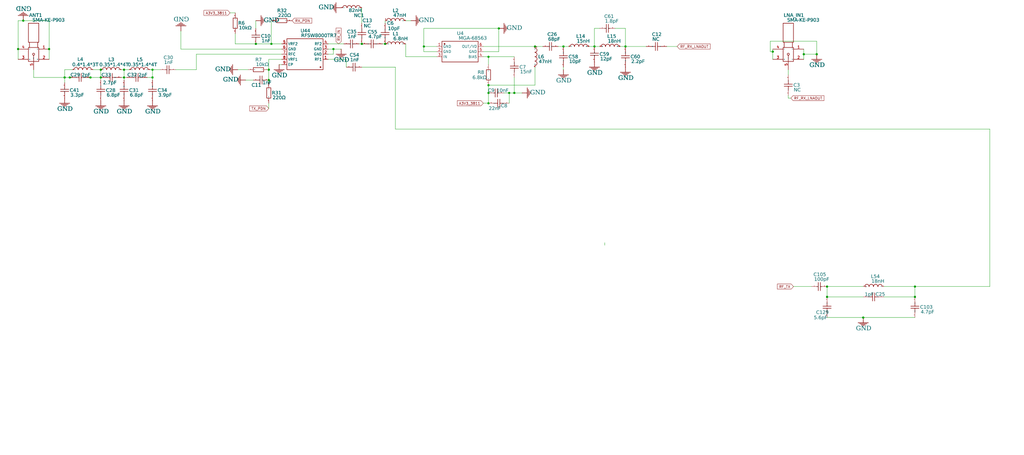
<source format=kicad_sch>
(kicad_sch (version 20231120) (generator "eeschema") (generator_version "8.0")
  (paper "User" 503.174 223.901)
  (junction (at 307.34 22.86))
  (junction (at 250.19 45.72))
  (junction (at 177.8 21.59))
  (junction (at 44.45 38.1))
  (junction (at 31.75 38.1))
  (junction (at 240.03 50.8))
  (junction (at 8.89 24.13))
  (junction (at 74.93 38.1))
  (junction (at 276.86 22.86))
  (junction (at 11.43 10.16))
  (junction (at 240.03 27.94))
  (junction (at 394.97 26.67))
  (junction (at 240.03 41.91))
  (junction (at 245.11 13.97))
  (junction (at 74.93 34.29))
  (junction (at 125.73 21.59))
  (junction (at 262.89 22.86))
  (junction (at 133.35 21.59))
  (junction (at 252.73 45.72))
  (junction (at 292.1 22.86))
  (junction (at 60.96 34.29))
  (junction (at 424.18 156.21))
  (junction (at 406.4 140.97))
  (junction (at 379.73 25.4))
  (junction (at 406.4 146.05))
  (junction (at 189.23 21.59))
  (junction (at 208.28 22.86))
  (junction (at 34.29 38.1))
  (junction (at 60.96 38.1))
  (junction (at 401.32 26.67))
  (junction (at 24.13 24.13))
  (junction (at 49.53 34.29))
  (junction (at 449.58 140.97))
  (junction (at 240.03 45.72))
  (junction (at 163.83 24.13))
  (junction (at 49.53 38.1))
  (junction (at 132.08 39.37))
  (junction (at 132.08 34.29))
  (junction (at 449.58 146.05))
  (wire (pts (xy 163.83 26.67) (xy 163.83 24.13)))
  (wire (pts (xy 167.64 24.13) (xy 163.83 24.13)))
  (wire (pts (xy 199.39 27.94) (xy 214.63 27.94)))
  (wire (pts (xy 208.28 25.4) (xy 208.28 22.86)))
  (wire (pts (xy 62.23 38.1) (xy 60.96 38.1)))
  (wire (pts (xy 163.83 24.13) (xy 161.29 24.13)))
  (wire (pts (xy 256.54 45.72) (xy 252.73 45.72)))
  (wire (pts (xy 486.41 63.5) (xy 194.31 63.5)))
  (wire (pts (xy 177.8 21.59) (xy 176.53 21.59)))
  (wire (pts (xy 189.23 10.16) (xy 189.23 11.43)))
  (wire (pts (xy 132.08 39.37) (xy 132.08 40.64)))
  (wire (pts (xy 8.89 10.16) (xy 8.89 24.13)))
  (wire (pts (xy 398.78 140.97) (xy 389.89 140.97)))
  (wire (pts (xy 378.46 20.32) (xy 401.32 20.32)))
  (wire (pts (xy 201.93 10.16) (xy 199.39 10.16)))
  (wire (pts (xy 237.49 27.94) (xy 240.03 27.94)))
  (wire (pts (xy 115.57 21.59) (xy 125.73 21.59)))
  (wire (pts (xy 406.4 146.05) (xy 424.18 146.05)))
  (wire (pts (xy 113.03 6.35) (xy 115.57 6.35)))
  (wire (pts (xy 434.34 146.05) (xy 449.58 146.05)))
  (wire (pts (xy 292.1 22.86) (xy 289.56 22.86)))
  (wire (pts (xy 388.62 48.26) (xy 387.35 48.26)))
  (wire (pts (xy 161.29 21.59) (xy 168.91 21.59)))
  (wire (pts (xy 125.73 21.59) (xy 133.35 21.59)))
  (wire (pts (xy 214.63 25.4) (xy 208.28 25.4)))
  (wire (pts (xy 125.73 10.16) (xy 125.73 13.97)))
  (wire (pts (xy 387.35 36.83) (xy 387.35 34.29)))
  (wire (pts (xy 16.51 38.1) (xy 31.75 38.1)))
  (wire (pts (xy 252.73 27.94) (xy 240.03 27.94)))
  (wire (pts (xy 49.53 34.29) (xy 45.72 34.29)))
  (wire (pts (xy 292.1 13.97) (xy 292.1 22.86)))
  (wire (pts (xy 307.34 13.97) (xy 307.34 22.86)))
  (wire (pts (xy 78.74 34.29) (xy 74.93 34.29)))
  (wire (pts (xy 307.34 22.86) (xy 304.8 22.86)))
  (wire (pts (xy 189.23 21.59) (xy 187.96 21.59)))
  (wire (pts (xy 74.93 39.37) (xy 74.93 38.1)))
  (wire (pts (xy 132.08 53.34) (xy 132.08 50.8)))
  (wire (pts (xy 43.18 38.1) (xy 44.45 38.1)))
  (wire (pts (xy 394.97 26.67) (xy 394.97 24.13)))
  (wire (pts (xy 394.97 29.21) (xy 394.97 26.67)))
  (wire (pts (xy 240.03 45.72) (xy 240.03 50.8)))
  (wire (pts (xy 35.56 38.1) (xy 34.29 38.1)))
  (wire (pts (xy 161.29 29.21) (xy 170.18 29.21)))
  (wire (pts (xy 449.58 156.21) (xy 424.18 156.21)))
  (wire (pts (xy 115.57 16.51) (xy 115.57 21.59)))
  (wire (pts (xy 74.93 34.29) (xy 74.93 38.1)))
  (wire (pts (xy 378.46 25.4) (xy 378.46 20.32)))
  (wire (pts (xy 31.75 38.1) (xy 31.75 40.64)))
  (wire (pts (xy 24.13 24.13) (xy 24.13 10.16)))
  (wire (pts (xy 434.34 140.97) (xy 449.58 140.97)))
  (wire (pts (xy 250.19 50.8) (xy 250.19 45.72)))
  (wire (pts (xy 24.13 10.16) (xy 11.43 10.16)))
  (wire (pts (xy 49.53 38.1) (xy 49.53 34.29)))
  (wire (pts (xy 96.52 26.67) (xy 96.52 34.29)))
  (wire (pts (xy 8.89 24.13) (xy 8.89 29.21)))
  (wire (pts (xy 133.35 21.59) (xy 133.35 10.16)))
  (wire (pts (xy 11.43 10.16) (xy 8.89 10.16)))
  (wire (pts (xy 406.4 146.05) (xy 406.4 140.97)))
  (wire (pts (xy 177.8 33.02) (xy 194.31 33.02)))
  (wire (pts (xy 74.93 38.1) (xy 72.39 38.1)))
  (wire (pts (xy 401.32 26.67) (xy 394.97 26.67)))
  (wire (pts (xy 401.32 20.32) (xy 401.32 26.67)))
  (wire (pts (xy 276.86 22.86) (xy 274.32 22.86)))
  (wire (pts (xy 138.43 29.21) (xy 132.08 29.21)))
  (wire (pts (xy 379.73 29.21) (xy 379.73 25.4)))
  (wire (pts (xy 60.96 39.37) (xy 60.96 38.1)))
  (wire (pts (xy 237.49 22.86) (xy 262.89 22.86)))
  (wire (pts (xy 35.56 34.29) (xy 31.75 34.29)))
  (wire (pts (xy 31.75 34.29) (xy 31.75 38.1)))
  (wire (pts (xy 199.39 21.59) (xy 199.39 27.94)))
  (wire (pts (xy 294.64 13.97) (xy 292.1 13.97)))
  (wire (pts (xy 250.19 45.72) (xy 247.65 45.72)))
  (wire (pts (xy 406.4 156.21) (xy 424.18 156.21)))
  (wire (pts (xy 138.43 26.67) (xy 96.52 26.67)))
  (wire (pts (xy 116.84 34.29) (xy 121.92 34.29)))
  (wire (pts (xy 449.58 140.97) (xy 486.41 140.97)))
  (wire (pts (xy 60.96 34.29) (xy 59.69 34.29)))
  (wire (pts (xy 252.73 45.72) (xy 250.19 45.72)))
  (wire (pts (xy 34.29 38.1) (xy 31.75 38.1)))
  (wire (pts (xy 132.08 34.29) (xy 132.08 39.37)))
  (wire (pts (xy 208.28 22.86) (xy 214.63 22.86)))
  (wire (pts (xy 449.58 146.05) (xy 449.58 140.97)))
  (wire (pts (xy 406.4 140.97) (xy 424.18 140.97)))
  (wire (pts (xy 387.35 48.26) (xy 387.35 46.99)))
  (wire (pts (xy 137.16 31.75) (xy 138.43 31.75)))
  (wire (pts (xy 208.28 13.97) (xy 208.28 22.86)))
  (wire (pts (xy 279.4 22.86) (xy 276.86 22.86)))
  (wire (pts (xy 245.11 13.97) (xy 208.28 13.97)))
  (wire (pts (xy 194.31 63.5) (xy 194.31 33.02)))
  (wire (pts (xy 59.69 38.1) (xy 60.96 38.1)))
  (wire (pts (xy 297.18 119.38) (xy 297.18 120.65)))
  (wire (pts (xy 138.43 24.13) (xy 88.9 24.13)))
  (wire (pts (xy 24.13 24.13) (xy 24.13 29.21)))
  (wire (pts (xy 88.9 24.13) (xy 88.9 15.24)))
  (wire (pts (xy 327.66 22.86) (xy 332.74 22.86)))
  (wire (pts (xy 240.03 41.91) (xy 240.03 45.72)))
  (wire (pts (xy 73.66 34.29) (xy 74.93 34.29)))
  (wire (pts (xy 161.29 26.67) (xy 163.83 26.67)))
  (wire (pts (xy 245.11 25.4) (xy 245.11 13.97)))
  (wire (pts (xy 63.5 34.29) (xy 60.96 34.29)))
  (wire (pts (xy 177.8 3.81) (xy 177.8 11.43)))
  (wire (pts (xy 294.64 22.86) (xy 292.1 22.86)))
  (wire (pts (xy 379.73 25.4) (xy 378.46 25.4)))
  (wire (pts (xy 262.89 33.02) (xy 262.89 41.91)))
  (wire (pts (xy 262.89 22.86) (xy 266.7 22.86)))
  (wire (pts (xy 60.96 38.1) (xy 60.96 34.29)))
  (wire (pts (xy 49.53 38.1) (xy 49.53 39.37)))
  (wire (pts (xy 132.08 29.21) (xy 132.08 34.29)))
  (wire (pts (xy 240.03 27.94) (xy 240.03 31.75)))
  (wire (pts (xy 307.34 22.86) (xy 317.5 22.86)))
  (wire (pts (xy 379.73 25.4) (xy 379.73 24.13)))
  (wire (pts (xy 302.26 13.97) (xy 307.34 13.97)))
  (wire (pts (xy 237.49 25.4) (xy 245.11 25.4)))
  (wire (pts (xy 486.41 140.97) (xy 486.41 63.5)))
  (wire (pts (xy 276.86 34.29) (xy 276.86 33.02)))
  (wire (pts (xy 252.73 38.1) (xy 252.73 45.72)))
  (wire (pts (xy 170.18 29.21) (xy 170.18 33.02)))
  (wire (pts (xy 16.51 38.1) (xy 16.51 34.29)))
  (wire (pts (xy 120.65 39.37) (xy 124.46 39.37)))
  (wire (pts (xy 138.43 21.59) (xy 133.35 21.59)))
  (wire (pts (xy 44.45 38.1) (xy 49.53 38.1)))
  (wire (pts (xy 240.03 50.8) (xy 237.49 50.8)))
  (wire (pts (xy 262.89 41.91) (xy 240.03 41.91)))
  (wire (pts (xy 96.52 34.29) (xy 86.36 34.29)))
  (global_label "TX_PDN" (shape input) (at 132.08 53.34 180) (property "Intersheetrefs" "${INTERSHEET_REFS}" (effects (hide yes))))
  (global_label "RF_TX" (shape input) (at 389.89 140.97 180) (property "Intersheetrefs" "${INTERSHEET_REFS}" (effects (hide yes))))
  (global_label "RX_PDN" (shape input) (at 143.51 10.16 0) (property "Intersheetrefs" "${INTERSHEET_REFS}" (effects (hide yes))))
  (global_label "RF_RX_LNAOUT" (shape input) (at 388.62 48.26 0) (property "Intersheetrefs" "${INTERSHEET_REFS}" (effects (hide yes))))
  (global_label "RF_RX_LNAOUT" (shape input) (at 332.74 22.86 0) (property "Intersheetrefs" "${INTERSHEET_REFS}" (effects (hide yes))))
  (global_label "RX_IN" (shape input) (at 166.37 21.59 90) (property "Intersheetrefs" "${INTERSHEET_REFS}" (effects (hide yes))))
  (global_label "A3V3_3811" (shape input) (at 113.03 6.35 180) (property "Intersheetrefs" "${INTERSHEET_REFS}" (effects (hide yes))))
  (global_label "A3V3_3811" (shape input) (at 237.49 50.8 180) (property "Intersheetrefs" "${INTERSHEET_REFS}" (effects (hide yes))))
  (symbol (lib_id "GND") (at 11.43 10.16 180) (unit 0)
    (property "Reference" "#PWR0113" (effects (hide yes)))
    (property "Value" "GND" (at 8.128 5.2578 -180) (effects (font (size 2.1717 2.1717)) (justify left bottom)))
    (property "Description" "Power symbol creates a global label with name 'GND'" (effects (hide yes)))
    (instances (project "" (path "" (reference "#PWR0113") (unit 0))) (project "sicomm_slaveboard_BK4819_v2" (path "" (reference "#PWR0109") (unit 1))))
  )
  (symbol (lib_id "0402CG120J500NT") (at 292.1 26.67 0) (unit 1)
    (property "Reference" "C59" (at 294.64 25.8191 0) (effects (font (size 1.6891 1.6891)) (justify left top)))
    (property "Value" "12pF" (at 294.64 28.0797 0) (effects (font (size 1.6891 1.6891)) (justify left top)))
    (property "Footprint" "easyeda2kicad_foorprint:C0402" (effects (hide yes)))
    (property "Manufacturer" "FH(风华)" (effects (hide yes)))
    (property "Supplier Part" "C1547" (effects (hide yes)))
    (property "Supplier" "LCSC" (effects (hide yes)))
  )
  (symbol (lib_id "0805W8F6801T5E") (at 240.03 36.83 0) (unit 1)
    (property "Reference" "R8" (at 234.7214 34.7345 0) (effects (font (size 1.6891 1.6891)) (justify left top)))
    (property "Value" "6.8kΩ" (at 231.8258 37.2491 0) (effects (font (size 1.6891 1.6891)) (justify left top)))
    (property "Footprint" "easyeda2kicad_foorprint:R0805" (effects (hide yes)))
    (property "Manufacturer Part" "0805W8F6801T5E" (effects (hide yes)))
    (property "Manufacturer" "UNI-ROYAL(厚声)" (effects (hide yes)))
    (property "Supplier Part" "C17772" (effects (hide yes)))
    (property "Supplier" "LCSC" (effects (hide yes)))
  )
  (symbol (lib_id "0402B102K500NT_1") (at 172.72 21.59 0) (unit 1)
    (property "Reference" "C35" (at 170.561 14.7955 0) (effects (font (size 1.6891 1.6891)) (justify left top)))
    (property "Value" "1nF" (at 170.561 17.1069 0) (effects (font (size 1.6891 1.6891)) (justify left top)))
    (property "Footprint" "easyeda2kicad_foorprint:C0402" (effects (hide yes)))
    (property "Manufacturer" "FH(风华)" (effects (hide yes)))
    (property "Supplier Part" "C1523" (effects (hide yes)))
    (property "Supplier" "LCSC" (effects (hide yes)))
  )
  (symbol (lib_id "LQW18AN6N8C10D") (at 194.31 21.59 0) (unit 1)
    (property "Reference" "L1" (at 193.0146 15.8369 0) (effects (font (size 1.6891 1.6891)) (justify left top)))
    (property "Value" "6.8nH" (at 193.0146 18.1229 0) (effects (font (size 1.6891 1.6891)) (justify left top)))
    (property "Footprint" "easyeda2kicad_foorprint:IND-SMD_L1.6-W0.8-RD" (effects (hide yes)))
    (property "Manufacturer Part" "LQW18AN6N8C10D" (effects (hide yes)))
    (property "Manufacturer" "muRata(村田)" (effects (hide yes)))
    (property "Supplier Part" "C521236" (effects (hide yes)))
    (property "Supplier" "LCSC" (effects (hide yes)))
  )
  (symbol (lib_id "GJM1555C1H3R9CB01D") (at 74.93 44.45 0) (unit 1)
    (property "Reference" "C34" (at 77.47 43.5737 0) (effects (font (size 1.6891 1.6891)) (justify left top)))
    (property "Value" "3.9pF" (at 77.47 45.8597 0) (effects (font (size 1.6891 1.6891)) (justify left top)))
    (property "Footprint" "easyeda2kicad_foorprint:C0402" (effects (hide yes)))
    (property "Manufacturer" "muRata(村田)" (effects (hide yes)))
    (property "Supplier Part" "C237290" (effects (hide yes)))
    (property "Supplier" "LCSC" (effects (hide yes)))
  )
  (symbol (lib_id "LQG18HN18NJ00D_1") (at 299.72 22.86 0) (unit 1)
    (property "Reference" "L15" (at 298.4246 17.0307 0) (effects (font (size 1.6891 1.6891)) (justify left top)))
    (property "Value" "18nH" (at 298.4246 19.3167 0) (effects (font (size 1.6891 1.6891)) (justify left top)))
    (property "Footprint" "easyeda2kicad_foorprint:IND-SMD_L1.6-W0.8-RD" (effects (hide yes)))
    (property "Datasheet" "https://lcsc.com/eda_search?q=C98007&%26type=1&ref=editor" (effects (hide yes)))
    (property "Manufacturer Part" "LQG18HN18NJ00D" (effects (hide yes)))
    (property "Manufacturer" "muRata(村田)" (effects (hide yes)))
    (property "Supplier Part" "C98007" (effects (hide yes)))
    (property "Supplier" "LCSC" (effects (hide yes)))
  )
  (symbol (lib_id "AISC-0805-R015G-T_2") (at 68.58 34.29 0) (unit 1)
    (property "Reference" "L5" (at 67.2846 28.4607 0) (effects (font (size 1.6891 1.6891)) (justify left top)))
    (property "Value" "0.35*1.4*4T" (at 62.3062 30.9245 0) (effects (font (size 1.6891 1.6891)) (justify left top)))
    (property "Footprint" "easyeda2kicad_foorprint:IND-SMD_L2.3-W1.7-1" (effects (hide yes)))
    (property "Manufacturer" "ABRACON" (effects (hide yes)))
    (property "Supplier Part" "C186910" (effects (hide yes)))
    (property "Supplier" "LCSC" (effects (hide yes)))
  )
  (symbol (lib_id "GND") (at 201.93 10.16 90) (unit 0)
    (property "Reference" "#PWR0110" (effects (hide yes)))
    (property "Value" "GND" (at 206.121 11.2014 -90) (effects (font (size 2.1717 2.1717)) (justify left bottom)))
    (property "Description" "Power symbol creates a global label with name 'GND'" (effects (hide yes)))
    (instances (project "" (path "" (reference "#PWR0110") (unit 0))) (project "sicomm_slaveboard_BK4819_v2" (path "" (reference "#PWR0114") (unit 1))))
  )
  (symbol (lib_id "CL05B103KB5NNNC") (at 243.84 45.72 0) (unit 1)
    (property "Reference" "C9" (at 239.8014 43.6245 0) (effects (font (size 1.6891 1.6891)) (justify left top)))
    (property "Value" "10nF" (at 243.6876 43.6245 0) (effects (font (size 1.6891 1.6891)) (justify left top)))
    (property "Footprint" "easyeda2kicad_foorprint:C0402" (effects (hide yes)))
    (property "Manufacturer Part" "GRM1555C1E103JE01D" (effects (hide yes)))
    (property "Manufacturer" "Murata Electronics" (effects (hide yes)))
    (property "Supplier Part" "C3855387" (effects (hide yes)))
    (property "Supplier" "LCSC" (effects (hide yes)))
  )
  (symbol (lib_id "MGA-68563") (at 226.06 25.4 0) (unit 1)
    (property "Reference" "U4" (at 224.5614 15.5829 0) (effects (font (size 1.6891 1.6891)) (justify left top)))
    (property "Value" "MGA-68563" (at 224.5614 17.8689 0) (effects (font (size 1.6891 1.6891)) (justify left top)))
    (property "Footprint" "easyeda2kicad_foorprint:SOT-363_L2.0-W1.3-P0.65-LS2.1-BL" (effects (hide yes)))
    (property "Manufacturer Part" "mga-68563" (effects (hide yes)))
    (property "Manufacturer" "null" (effects (hide yes)))
    (property "Supplier Part" "C2838514" (effects (hide yes)))
    (property "Supplier" "LCSC" (effects (hide yes)))
  )
  (symbol (lib_id "GND") (at 88.9 15.24 180) (unit 0)
    (property "Reference" "#PWR0118" (effects (hide yes)))
    (property "Value" "GND" (at 85.598 10.414 -180) (effects (font (size 2.1717 2.1717)) (justify left bottom)))
    (property "Description" "Power symbol creates a global label with name 'GND'" (effects (hide yes)))
    (instances (project "" (path "" (reference "#PWR0118") (unit 0))) (project "sicomm_slaveboard_BK4819_v2" (path "" (reference "#PWR0108") (unit 1))))
  )
  (symbol (lib_id "LQG18HN47NJ00D") (at 194.31 10.16 0) (unit 1)
    (property "Reference" "L2" (at 193.0146 4.3815 0) (effects (font (size 1.6891 1.6891)) (justify left top)))
    (property "Value" "47nH" (at 193.0146 6.6167 0) (effects (font (size 1.6891 1.6891)) (justify left top)))
    (property "Footprint" "easyeda2kicad_foorprint:IND-SMD_L1.6-W0.8-RD" (effects (hide yes)))
    (property "Manufacturer Part" "LQG18HN47NJ00D" (effects (hide yes)))
    (property "Manufacturer" "muRata(村田)" (effects (hide yes)))
    (property "Supplier Part" "C162553" (effects (hide yes)))
    (property "Supplier" "LCSC" (effects (hide yes)))
  )
  (symbol (lib_id "GND") (at 167.64 24.13 0) (unit 0)
    (property "Reference" "#PWR0119" (effects (hide yes)))
    (property "Value" "GND" (at 164.338 30.734 0) (effects (font (size 2.1717 2.1717)) (justify left bottom)))
    (property "Description" "Power symbol creates a global label with name 'GND'" (effects (hide yes)))
    (instances (project "" (path "" (reference "#PWR0119") (unit 0))) (project "sicomm_slaveboard_BK4819_v2" (path "" (reference "#PWR0104") (unit 1))))
  )
  (symbol (lib_id "GND") (at 292.1 30.48 0) (unit 0)
    (property "Reference" "#PWR0107" (effects (hide yes)))
    (property "Value" "GND" (at 288.798 37.084 0) (effects (font (size 2.1717 2.1717)) (justify left bottom)))
    (property "Description" "Power symbol creates a global label with name 'GND'" (effects (hide yes)))
    (instances (project "" (path "" (reference "#PWR0107") (unit 0))) (project "sicomm_slaveboard_BK4819_v2" (path "" (reference "#PWR0119") (unit 1))))
  )
  (symbol (lib_id "GND") (at 31.75 48.26 0) (unit 0)
    (property "Reference" "#PWR0114" (effects (hide yes)))
    (property "Value" "GND" (at 28.448 54.864 0) (effects (font (size 2.1717 2.1717)) (justify left bottom)))
    (property "Description" "Power symbol creates a global label with name 'GND'" (effects (hide yes)))
    (instances (project "" (path "" (reference "#PWR0114") (unit 0))) (project "sicomm_slaveboard_BK4819_v2" (path "" (reference "#PWR0113") (unit 1))))
  )
  (symbol (lib_id "GND") (at 307.34 33.02 0) (unit 0)
    (property "Reference" "#PWR0106" (effects (hide yes)))
    (property "Value" "GND" (at 304.038 39.624 0) (effects (font (size 2.1717 2.1717)) (justify left bottom)))
    (property "Description" "Power symbol creates a global label with name 'GND'" (effects (hide yes)))
    (instances (project "" (path "" (reference "#PWR0106") (unit 0))) (project "sicomm_slaveboard_BK4819_v2" (path "" (reference "#PWR0120") (unit 1))))
  )
  (symbol (lib_id "AISC-0805-R015G-T") (at 54.61 34.29 0) (unit 1)
    (property "Reference" "L3" (at 53.3146 28.4607 0) (effects (font (size 1.6891 1.6891)) (justify left top)))
    (property "Value" "0.35*1.4*4T" (at 48.3362 30.9245 0) (effects (font (size 1.6891 1.6891)) (justify left top)))
    (property "Footprint" "easyeda2kicad_foorprint:IND-SMD_L2.3-W1.7-1" (effects (hide yes)))
    (property "Manufacturer" "ABRACON" (effects (hide yes)))
    (property "Supplier Part" "C186910" (effects (hide yes)))
    (property "Supplier" "LCSC" (effects (hide yes)))
  )
  (symbol (lib_id "SMA-KE-P903_1") (at 387.35 26.67 0) (unit 1)
    (property "Reference" "LNA_IN1" (at 385.1402 6.6675 0) (effects (font (size 1.6891 1.6891)) (justify left top)))
    (property "Value" "SMA-KE-P903" (at 385.1148 8.9789 0) (effects (font (size 1.6891 1.6891)) (justify left top)))
    (property "Footprint" "easyeda2kicad_foorprint:SMA-TH_SMA-KE-P903" (effects (hide yes)))
    (property "Manufacturer" "DreamLNK(骏晔科技)" (effects (hide yes)))
    (property "Supplier Part" "C914558" (effects (hide yes)))
    (property "Supplier" "LCSC" (effects (hide yes)))
  )
  (symbol (lib_id "RF15N5R6C500CT") (at 406.4 151.13 0) (unit 1)
    (property "Reference" "C129" (at 401.0406 152.8191 0) (effects (font (size 1.6891 1.6891)) (justify left top)))
    (property "Value" "5.6pF" (at 399.5674 155.3591 0) (effects (font (size 1.6891 1.6891)) (justify left top)))
    (property "Footprint" "easyeda2kicad_foorprint:C0402" (effects (hide yes)))
    (property "Manufacturer" "Walsin(华新科)" (effects (hide yes)))
    (property "Supplier Part" "C396880" (effects (hide yes)))
    (property "Supplier" "LCSC" (effects (hide yes)))
  )
  (symbol (lib_id "LQW15AN15NJ00D") (at 284.48 22.86 0) (unit 1)
    (property "Reference" "L14" (at 283.1846 17.0053 0) (effects (font (size 1.6891 1.6891)) (justify left top)))
    (property "Value" "15nH" (at 283.1846 19.3167 0) (effects (font (size 1.6891 1.6891)) (justify left top)))
    (property "Footprint" "easyeda2kicad_foorprint:IND-SMD_L1.0-W0.6" (effects (hide yes)))
    (property "Manufacturer" "muRata(村田)" (effects (hide yes)))
    (property "Supplier Part" "C668460" (effects (hide yes)))
    (property "Supplier" "LCSC" (effects (hide yes)))
  )
  (symbol (lib_id "GND") (at 125.73 10.16 90) (unit 0)
    (property "Reference" "#PWR0120" (effects (hide yes)))
    (property "Value" "GND" (at 129.921 11.2014 -90) (effects (font (size 2.1717 2.1717)) (justify left bottom)))
    (property "Description" "Power symbol creates a global label with name 'GND'" (effects (hide yes)))
    (instances (project "" (path "" (reference "#PWR0120") (unit 0))) (project "sicomm_slaveboard_BK4819_v2" (path "" (reference "#PWR0105") (unit 1))))
  )
  (symbol (lib_id "0603CG2R7C500NT") (at 54.61 38.1 0) (unit 1)
    (property "Reference" "C33" (at 49.911 36.0045 0) (effects (font (size 1.6891 1.6891)) (justify left top)))
    (property "Value" "2.7pF" (at 50.3174 39.7891 0) (effects (font (size 1.6891 1.6891)) (justify left top)))
    (property "Footprint" "easyeda2kicad_foorprint:C0603" (effects (hide yes)))
    (property "Manufacturer Part" "0603CG2R7C500NT" (effects (hide yes)))
    (property "Manufacturer" "FH(风华)" (effects (hide yes)))
    (property "Supplier Part" "C95180" (effects (hide yes)))
    (property "Supplier" "LCSC" (effects (hide yes)))
  )
  (symbol (lib_id "GND") (at 424.18 156.21 0) (unit 0)
    (property "Reference" "#PWR0108" (effects (hide yes)))
    (property "Value" "GND" (at 420.878 162.814 0) (effects (font (size 2.1717 2.1717)) (justify left bottom)))
    (property "Description" "Power symbol creates a global label with name 'GND'" (effects (hide yes)))
    (instances (project "" (path "" (reference "#PWR0108") (unit 0))) (project "sicomm_slaveboard_BK4819_v2" (path "" (reference "#PWR0118") (unit 1))))
  )
  (symbol (lib_id "0402WGF1002TCE") (at 115.57 11.43 0) (unit 1)
    (property "Reference" "R6" (at 117.094 10.5283 0) (effects (font (size 1.6891 1.6891)) (justify left top)))
    (property "Value" "10kΩ" (at 117.094 12.8143 0) (effects (font (size 1.6891 1.6891)) (justify left top)))
    (property "Footprint" "easyeda2kicad_foorprint:R0402" (effects (hide yes)))
    (property "Manufacturer" "UNI-ROYAL(厚声)" (effects (hide yes)))
    (property "Supplier Part" "C25744" (effects (hide yes)))
    (property "Supplier" "LCSC" (effects (hide yes)))
  )
  (symbol (lib_id "0402WGF1002TCE_1") (at 127 34.29 0) (unit 1)
    (property "Reference" "R7" (at 125.5014 28.5369 0) (effects (font (size 1.6891 1.6891)) (justify left top)))
    (property "Value" "10kΩ" (at 125.5014 30.8229 0) (effects (font (size 1.6891 1.6891)) (justify left top)))
    (property "Footprint" "easyeda2kicad_foorprint:R0402" (effects (hide yes)))
    (property "Manufacturer" "UNI-ROYAL(厚声)" (effects (hide yes)))
    (property "Supplier Part" "C25744" (effects (hide yes)))
    (property "Supplier" "LCSC" (effects (hide yes)))
  )
  (symbol (lib_id "CL05C100JB5NNNC") (at 276.86 27.94 0) (unit 1)
    (property "Reference" "C58" (at 279.4 27.0891 0) (effects (font (size 1.6891 1.6891)) (justify left top)))
    (property "Value" "10pF" (at 279.4 29.3243 0) (effects (font (size 1.6891 1.6891)) (justify left top)))
    (property "Footprint" "easyeda2kicad_foorprint:C0402" (effects (hide yes)))
    (property "Manufacturer" "SAMSUNG(三星)" (effects (hide yes)))
    (property "Supplier Part" "C32949" (effects (hide yes)))
    (property "Supplier" "LCSC" (effects (hide yes)))
  )
  (symbol (lib_id "GND") (at 120.65 39.37 270) (unit 0)
    (property "Reference" "#PWR0109" (effects (hide yes)))
    (property "Value" "GND" (at 109.855 40.4114 -270) (effects (font (size 2.1717 2.1717)) (justify left bottom)))
    (property "Description" "Power symbol creates a global label with name 'GND'" (effects (hide yes)))
    (instances (project "" (path "" (reference "#PWR0109") (unit 0))) (project "sicomm_slaveboard_BK4819_v2" (path "" (reference "#PWR0106") (unit 1))))
  )
  (symbol (lib_id "GND") (at 49.53 49.53 0) (unit 0)
    (property "Reference" "#PWR0115" (effects (hide yes)))
    (property "Value" "GND" (at 46.228 56.134 0) (effects (font (size 2.1717 2.1717)) (justify left bottom)))
    (property "Description" "Power symbol creates a global label with name 'GND'" (effects (hide yes)))
    (instances (project "" (path "" (reference "#PWR0115") (unit 0))) (project "sicomm_slaveboard_BK4819_v2" (path "" (reference "#PWR0101") (unit 1))))
  )
  (symbol (lib_id "CC0603CRNPO9BN6R8_1") (at 60.96 44.45 0) (unit 1)
    (property "Reference" "C31" (at 63.5 43.5991 0) (effects (font (size 1.6891 1.6891)) (justify left top)))
    (property "Value" "6.8pF" (at 63.5 45.8343 0) (effects (font (size 1.6891 1.6891)) (justify left top)))
    (property "Footprint" "easyeda2kicad_foorprint:C0603" (effects (hide yes)))
    (property "Manufacturer Part" "CC0603CRNPO9BN6R8" (effects (hide yes)))
    (property "Manufacturer" "YAGEO(国巨)" (effects (hide yes)))
    (property "Supplier Part" "C282251" (effects (hide yes)))
    (property "Supplier" "LCSC" (effects (hide yes)))
  )
  (symbol (lib_id "GND") (at 256.54 45.72 90) (unit 0)
    (property "Reference" "#PWR0104" (effects (hide yes)))
    (property "Value" "GND" (at 260.731 46.7614 -90) (effects (font (size 2.1717 2.1717)) (justify left bottom)))
    (property "Description" "Power symbol creates a global label with name 'GND'" (effects (hide yes)))
    (instances (project "" (path "" (reference "#PWR0104") (unit 0))) (project "sicomm_slaveboard_BK4819_v2" (path "" (reference "#PWR0111") (unit 1))))
  )
  (symbol (lib_id "CC0402CRNPO9BN2R0_1") (at 39.37 38.1 0) (unit 1)
    (property "Reference" "C29" (at 34.671 35.9791 0) (effects (font (size 1.6891 1.6891)) (justify left top)))
    (property "Value" "2pF" (at 39.8526 35.9791 0) (effects (font (size 1.6891 1.6891)) (justify left top)))
    (property "Footprint" "easyeda2kicad_foorprint:C0402" (effects (hide yes)))
    (property "Manufacturer" "YAGEO(国巨)" (effects (hide yes)))
    (property "Supplier Part" "C325454" (effects (hide yes)))
    (property "Supplier" "LCSC" (effects (hide yes)))
  )
  (symbol (lib_id "RFSW8000TR7") (at 149.86 26.67 0) (unit 1)
    (property "Reference" "U44" (at 147.701 14.3129 0) (effects (font (size 1.6891 1.6891)) (justify left top)))
    (property "Value" "RFSW8000TR7" (at 147.701 16.5989 0) (effects (font (size 1.6891 1.6891)) (justify left top)))
    (property "Footprint" "easyeda2kicad_foorprint:DFN-8_L2.0-W2.0-P0.50-BL-EP" (effects (hide yes)))
    (property "Manufacturer Part" "RFSW8000TR7" (effects (hide yes)))
    (property "Manufacturer" "Qorvo" (effects (hide yes)))
    (property "Supplier Part" "C470894" (effects (hide yes)))
    (property "Supplier" "LCSC" (effects (hide yes)))
  )
  (symbol (lib_id "0402CG101J500NT") (at 402.59 140.97 0) (unit 1)
    (property "Reference" "C105" (at 399.7452 134.2009 0) (effects (font (size 1.6891 1.6891)) (justify left top)))
    (property "Value" "100pF" (at 399.7198 136.4869 0) (effects (font (size 1.6891 1.6891)) (justify left top)))
    (property "Footprint" "easyeda2kicad_foorprint:C0402" (effects (hide yes)))
    (property "Manufacturer" "FH(风华)" (effects (hide yes)))
    (property "Supplier Part" "C1546" (effects (hide yes)))
    (property "Supplier" "LCSC" (effects (hide yes)))
  )
  (symbol (lib_id "GND") (at 245.11 13.97 90) (unit 0)
    (property "Reference" "#PWR0111" (effects (hide yes)))
    (property "Value" "GND" (at 249.301 15.0114 -90) (effects (font (size 2.1717 2.1717)) (justify left bottom)))
    (property "Description" "Power symbol creates a global label with name 'GND'" (effects (hide yes)))
    (instances (project "" (path "" (reference "#PWR0111") (unit 0))) (project "sicomm_slaveboard_BK4819_v2" (path "" (reference "#PWR0110") (unit 1))))
  )
  (symbol (lib_id "CL10C1R8BB8NNNC") (at 299.72 13.97 0) (unit 1)
    (property "Reference" "C61" (at 296.9514 7.2263 0) (effects (font (size 1.6891 1.6891)) (justify left top)))
    (property "Value" "1.8pF" (at 296.9514 9.4869 0) (effects (font (size 1.6891 1.6891)) (justify left top)))
    (property "Footprint" "easyeda2kicad_foorprint:C0603" (effects (hide yes)))
    (property "Datasheet" "https://lcsc.com/eda_search?q=C318660&%26type=1&ref=editor" (effects (hide yes)))
    (property "Manufacturer Part" "CL10C1R8BB8NNNC" (effects (hide yes)))
    (property "Manufacturer" "SAMSUNG(三星)" (effects (hide yes)))
    (property "Supplier Part" "C318660" (effects (hide yes)))
    (property "Supplier" "LCSC" (effects (hide yes)))
  )
  (symbol (lib_id "CC0603CRNPO9BN6R8") (at 49.53 44.45 0) (unit 1)
    (property "Reference" "C28" (at 52.07 43.5991 0) (effects (font (size 1.6891 1.6891)) (justify left top)))
    (property "Value" "6.8pF" (at 52.07 45.8343 0) (effects (font (size 1.6891 1.6891)) (justify left top)))
    (property "Footprint" "easyeda2kicad_foorprint:C0603" (effects (hide yes)))
    (property "Manufacturer Part" "CC0603CRNPO9BN6R8" (effects (hide yes)))
    (property "Manufacturer" "YAGEO(国巨)" (effects (hide yes)))
    (property "Supplier Part" "C282251" (effects (hide yes)))
    (property "Supplier" "LCSC" (effects (hide yes)))
  )
  (symbol (lib_id "CL05B223KA5NNNC") (at 245.11 50.8 0) (unit 1)
    (property "Reference" "C8" (at 246.126 51.1683 0) (effects (font (size 1.6891 1.6891)) (justify left top)))
    (property "Value" "22nF" (at 239.8776 52.4383 0) (effects (font (size 1.6891 1.6891)) (justify left top)))
    (property "Footprint" "easyeda2kicad_foorprint:C0402" (effects (hide yes)))
    (property "Manufacturer Part" "CL05B223KA5NNNC" (effects (hide yes)))
    (property "Manufacturer" "SAMSUNG(三星)" (effects (hide yes)))
    (property "Supplier Part" "C318578" (effects (hide yes)))
    (property "Supplier" "LCSC" (effects (hide yes)))
  )
  (symbol (lib_id "GND") (at 276.86 34.29 0) (unit 0)
    (property "Reference" "#PWR0105" (effects (hide yes)))
    (property "Value" "GND" (at 273.558 40.894 0) (effects (font (size 2.1717 2.1717)) (justify left bottom)))
    (property "Description" "Power symbol creates a global label with name 'GND'" (effects (hide yes)))
    (instances (project "" (path "" (reference "#PWR0105") (unit 0))) (project "sicomm_slaveboard_BK4819_v2" (path "" (reference "#PWR0112") (unit 1))))
  )
  (symbol (lib_id "TCC0402X7R153K250AT") (at 252.73 33.02 0) (unit 1)
    (property "Reference" "C7" (at 255.27 32.1691 0) (effects (font (size 1.6891 1.6891)) (justify left top)))
    (property "Value" "15nF" (at 255.27 34.4043 0) (effects (font (size 1.6891 1.6891)) (justify left top)))
    (property "Footprint" "easyeda2kicad_foorprint:C0402" (effects (hide yes)))
    (property "Manufacturer Part" "TCC0402X7R153K250AT" (effects (hide yes)))
    (property "Manufacturer" "CCTC(三环)" (effects (hide yes)))
    (property "Supplier Part" "C380303" (effects (hide yes)))
    (property "Supplier" "LCSC" (effects (hide yes)))
  )
  (symbol (lib_id "AISC-0805-R015G-T_1") (at 40.64 34.29 0) (unit 1)
    (property "Reference" "L4" (at 38.0746 28.3591 0) (effects (font (size 1.6891 1.6891)) (justify left top)))
    (property "Value" "0.4*1.4*3T" (at 35.052 30.8991 0) (effects (font (size 1.6891 1.6891)) (justify left top)))
    (property "Footprint" "easyeda2kicad_foorprint:IND-SMD_L2.3-W1.7-1" (effects (hide yes)))
    (property "Manufacturer" "ABRACON" (effects (hide yes)))
    (property "Supplier Part" "C186910" (effects (hide yes)))
    (property "Supplier" "LCSC" (effects (hide yes)))
  )
  (symbol (lib_id "0402B102K500NT_4") (at 128.27 39.37 0) (unit 1)
    (property "Reference" "C11" (at 123.6472 41.0337 0) (effects (font (size 1.6891 1.6891)) (justify left top)))
    (property "Value" "1nF" (at 128.7526 39.7637 0) (effects (font (size 1.6891 1.6891)) (justify left top)))
    (property "Footprint" "easyeda2kicad_foorprint:C0402" (effects (hide yes)))
    (property "Manufacturer" "FH(风华)" (effects (hide yes)))
    (property "Supplier Part" "C1523" (effects (hide yes)))
    (property "Supplier" "LCSC" (effects (hide yes)))
  )
  (symbol (lib_id "GND") (at 60.96 49.53 0) (unit 0)
    (property "Reference" "#PWR0116" (effects (hide yes)))
    (property "Value" "GND" (at 57.658 56.134 0) (effects (font (size 2.1717 2.1717)) (justify left bottom)))
    (property "Description" "Power symbol creates a global label with name 'GND'" (effects (hide yes)))
    (instances (project "" (path "" (reference "#PWR0116") (unit 0))) (project "sicomm_slaveboard_BK4819_v2" (path "" (reference "#PWR0103") (unit 1))))
  )
  (symbol (lib_id "LQG18HN18NJ00D") (at 429.26 140.97 0) (unit 1)
    (property "Reference" "L54" (at 427.9646 135.1407 0) (effects (font (size 1.6891 1.6891)) (justify left top)))
    (property "Value" "18nH" (at 427.9646 137.4267 0) (effects (font (size 1.6891 1.6891)) (justify left top)))
    (property "Footprint" "easyeda2kicad_foorprint:IND-SMD_L1.6-W0.8-RD" (effects (hide yes)))
    (property "Datasheet" "https://lcsc.com/eda_search?q=C98007&%26type=1&ref=editor" (effects (hide yes)))
    (property "Manufacturer Part" "LQG18HN18NJ00D" (effects (hide yes)))
    (property "Manufacturer" "muRata(村田)" (effects (hide yes)))
    (property "Supplier Part" "C98007" (effects (hide yes)))
    (property "Supplier" "LCSC" (effects (hide yes)))
  )
  (symbol (lib_id "0402N1R0B500CT") (at 429.26 146.05 0) (unit 1)
    (property "Reference" "C25" (at 430.2252 143.9291 0) (effects (font (size 1.6891 1.6891)) (justify left top)))
    (property "Value" "1pF" (at 424.688 143.9291 0) (effects (font (size 1.6891 1.6891)) (justify left top)))
    (property "Footprint" "easyeda2kicad_foorprint:C0402" (effects (hide yes)))
    (property "Manufacturer" "Walsin(华新科)" (effects (hide yes)))
    (property "Supplier Part" "C301966" (effects (hide yes)))
    (property "Supplier" "LCSC" (effects (hide yes)))
  )
  (symbol (lib_id "GND") (at 401.32 26.67 0) (unit 0)
    (property "Reference" "#PWR0103" (effects (hide yes)))
    (property "Value" "GND" (at 398.018 33.274 0) (effects (font (size 2.1717 2.1717)) (justify left bottom)))
    (property "Description" "Power symbol creates a global label with name 'GND'" (effects (hide yes)))
    (instances (project "" (path "" (reference "#PWR0103") (unit 0))) (project "sicomm_slaveboard_BK4819_v2" (path "" (reference "#PWR0117") (unit 1))))
  )
  (symbol (lib_id "GND") (at 116.84 34.29 270) (unit 0)
    (property "Reference" "#PWR0102" (effects (hide yes)))
    (property "Value" "GND" (at 106.045 35.3314 -270) (effects (font (size 2.1717 2.1717)) (justify left bottom)))
    (property "Description" "Power symbol creates a global label with name 'GND'" (effects (hide yes)))
    (instances (project "" (path "" (reference "#PWR0102") (unit 0))) (project "sicomm_slaveboard_BK4819_v2" (path "" (reference "#PWR0107") (unit 1))))
  )
  (symbol (lib_id "GND") (at 137.16 31.75 0) (unit 0)
    (property "Reference" "#PWR0101" (effects (hide yes)))
    (property "Value" "GND" (at 133.858 38.354 0) (effects (font (size 2.1717 2.1717)) (justify left bottom)))
    (property "Description" "Power symbol creates a global label with name 'GND'" (effects (hide yes)))
    (instances (project "" (path "" (reference "#PWR0101") (unit 0))) (project "sicomm_slaveboard_BK4819_v2" (path "" (reference "#PWR0115") (unit 1))))
  )
  (symbol (lib_id "LQG18HN47NJ00D_1") (at 262.89 27.94 0) (unit 1)
    (property "Reference" "L6" (at 264.4902 27.0637 0) (effects (font (size 1.6891 1.6891)) (justify left top)))
    (property "Value" "47nH" (at 264.4902 29.3751 0) (effects (font (size 1.6891 1.6891)) (justify left top)))
    (property "Footprint" "easyeda2kicad_foorprint:IND-SMD_L1.6-W0.8-RD" (effects (hide yes)))
    (property "Manufacturer Part" "LQG18HN47NJ00D" (effects (hide yes)))
    (property "Manufacturer" "muRata(村田)" (effects (hide yes)))
    (property "Supplier Part" "C162553" (effects (hide yes)))
    (property "Supplier" "LCSC" (effects (hide yes)))
  )
  (symbol (lib_id "GND") (at 167.64 3.81 270) (unit 0)
    (property "Reference" "#PWR0112" (effects (hide yes)))
    (property "Value" "GND" (at 156.845 4.8514 -270) (effects (font (size 2.1717 2.1717)) (justify left bottom)))
    (property "Description" "Power symbol creates a global label with name 'GND'" (effects (hide yes)))
    (instances (project "" (path "" (reference "#PWR0112") (unit 0))) (project "sicomm_slaveboard_BK4819_v2" (path "" (reference "#PWR0116") (unit 1))))
  )
  (symbol (lib_id "CL05C100JB5NNNC_1") (at 189.23 16.51 0) (unit 1)
    (property "Reference" "C6" (at 190.246 10.6045 0) (effects (font (size 1.6891 1.6891)) (justify left top)))
    (property "Value" "10pF" (at 190.3222 13.1445 0) (effects (font (size 1.6891 1.6891)) (justify left top)))
    (property "Footprint" "easyeda2kicad_foorprint:C0402" (effects (hide yes)))
    (property "Manufacturer" "SAMSUNG(三星)" (effects (hide yes)))
    (property "Supplier Part" "C32949" (effects (hide yes)))
    (property "Supplier" "LCSC" (effects (hide yes)))
  )
  (symbol (lib_id "LQW15AN82NJ00D") (at 172.72 3.81 0) (unit 1)
    (property "Reference" "NC1" (at 173.9392 6.7691 0) (effects (font (size 1.6891 1.6891)) (justify left top)))
    (property "Value" "82nH" (at 171.1706 4.2291 0) (effects (font (size 1.6891 1.6891)) (justify left top)))
    (property "Footprint" "easyeda2kicad_foorprint:C0603" (effects (hide yes)))
    (property "Manufacturer Part" "NC" (effects (hide yes)))
    (property "Supplier Part" "NC" (effects (hide yes)))
    (property "Supplier" "LCSC" (effects (hide yes)))
  )
  (symbol (lib_id "SMA-KE-P903") (at 16.51 26.67 0) (unit 1)
    (property "Reference" "ANT1" (at 14.3002 6.6675 0) (effects (font (size 1.6891 1.6891)) (justify left top)))
    (property "Value" "SMA-KE-P903" (at 14.2748 8.9789 0) (effects (font (size 1.6891 1.6891)) (justify left top)))
    (property "Footprint" "easyeda2kicad_foorprint:SMA-TH_SMA-KE-P903" (effects (hide yes)))
    (property "Manufacturer" "DreamLNK(骏晔科技)" (effects (hide yes)))
    (property "Supplier Part" "C914558" (effects (hide yes)))
    (property "Supplier" "LCSC" (effects (hide yes)))
  )
  (symbol (lib_id "0402B102K500NT_3") (at 125.73 17.78 0) (unit 1)
    (property "Reference" "C10" (at 128.27 16.9291 0) (effects (font (size 1.6891 1.6891)) (justify left top)))
    (property "Value" "1nF" (at 128.27 19.1643 0) (effects (font (size 1.6891 1.6891)) (justify left top)))
    (property "Footprint" "easyeda2kicad_foorprint:C0402" (effects (hide yes)))
    (property "Manufacturer" "FH(风华)" (effects (hide yes)))
    (property "Supplier Part" "C1523" (effects (hide yes)))
    (property "Supplier" "LCSC" (effects (hide yes)))
  )
  (symbol (lib_id "0603WAF2200T5E") (at 132.08 45.72 0) (unit 1)
    (property "Reference" "R31" (at 133.604 44.8437 0) (effects (font (size 1.6891 1.6891)) (justify left top)))
    (property "Value" "220Ω" (at 133.604 47.1297 0) (effects (font (size 1.6891 1.6891)) (justify left top)))
    (property "Footprint" "easyeda2kicad_foorprint:R0603" (effects (hide yes)))
    (property "Manufacturer Part" "0603WAF2200T5E" (effects (hide yes)))
    (property "Manufacturer" "UNI-ROYAL(厚声)" (effects (hide yes)))
    (property "Supplier Part" "C22962" (effects (hide yes)))
    (property "Supplier" "LCSC" (effects (hide yes)))
  )
  (symbol (lib_id "CC0402CRNPO9BN2R0_4") (at 177.8 16.51 0) (unit 1)
    (property "Reference" "C13" (at 178.1556 9.2837 0) (effects (font (size 1.6891 1.6891)) (justify left top)))
    (property "Value" "NC" (at 178.6128 11.8237 0) (effects (font (size 1.6891 1.6891)) (justify left top)))
    (property "Footprint" "easyeda2kicad_foorprint:C0603" (effects (hide yes)))
    (property "Supplier" "LCSC" (effects (hide yes)))
  )
  (symbol (lib_id "GRM1555C1H680JA01D") (at 270.51 22.86 0) (unit 1)
    (property "Reference" "C26" (at 269.0114 16.0655 0) (effects (font (size 1.6891 1.6891)) (justify left top)))
    (property "Value" "68pF" (at 269.0114 18.3769 0) (effects (font (size 1.6891 1.6891)) (justify left top)))
    (property "Footprint" "easyeda2kicad_foorprint:C0402" (effects (hide yes)))
    (property "Manufacturer Part" "GRM1555C1H680JA01D" (effects (hide yes)))
    (property "Manufacturer" "muRata(村田)" (effects (hide yes)))
    (property "Supplier Part" "C76977" (effects (hide yes)))
    (property "Supplier" "LCSC" (effects (hide yes)))
  )
  (symbol (lib_id "GJM1555C1H2R2CB01D") (at 307.34 27.94 0) (unit 1)
    (property "Reference" "C60" (at 309.88 27.0637 0) (effects (font (size 1.6891 1.6891)) (justify left top)))
    (property "Value" "2.2pF" (at 309.88 29.3243 0) (effects (font (size 1.6891 1.6891)) (justify left top)))
    (property "Footprint" "easyeda2kicad_foorprint:C0402" (effects (hide yes)))
    (property "Datasheet" "https://lcsc.com/eda_search?q=C85880&%26type=1&ref=editor" (effects (hide yes)))
    (property "Manufacturer Part" "GJM1555C1H2R2CB01D" (effects (hide yes)))
    (property "Manufacturer" "muRata(村田)" (effects (hide yes)))
    (property "Supplier Part" "C85880" (effects (hide yes)))
    (property "Supplier" "LCSC" (effects (hide yes)))
  )
  (symbol (lib_id "CC0402CRNPO9BN2R0_3") (at 322.58 22.86 0) (unit 1)
    (property "Reference" "C12" (at 320.421 16.0909 0) (effects (font (size 1.6891 1.6891)) (justify left top)))
    (property "Value" "NC" (at 320.421 18.3769 0) (effects (font (size 1.6891 1.6891)) (justify left top)))
    (property "Footprint" "easyeda2kicad_foorprint:C0402" (effects (hide yes)))
    (property "Supplier" "LCSC" (effects (hide yes)))
  )
  (symbol (lib_id "CC0402CRNPO9BN2R0_2") (at 387.35 41.91 0) (unit 1)
    (property "Reference" "C3" (at 389.89 41.0337 0) (effects (font (size 1.6891 1.6891)) (justify left top)))
    (property "Value" "NC" (at 389.89 43.3197 0) (effects (font (size 1.6891 1.6891)) (justify left top)))
    (property "Footprint" "easyeda2kicad_foorprint:C0402" (effects (hide yes)))
    (property "Supplier" "LCSC" (effects (hide yes)))
  )
  (symbol (lib_id "0603CG3R3C500NT") (at 31.75 44.45 0) (unit 1)
    (property "Reference" "C41" (at 34.29 43.5737 0) (effects (font (size 1.6891 1.6891)) (justify left top)))
    (property "Value" "3.3pF" (at 34.29 45.8597 0) (effects (font (size 1.6891 1.6891)) (justify left top)))
    (property "Footprint" "easyeda2kicad_foorprint:C0603" (effects (hide yes)))
    (property "Manufacturer Part" "0603CG3R3C500NT" (effects (hide yes)))
    (property "Manufacturer" "FH(风华)" (effects (hide yes)))
    (property "Supplier Part" "C1660" (effects (hide yes)))
    (property "Supplier" "LCSC" (effects (hide yes)))
  )
  (symbol (lib_id "0603WAF2200T5E_1") (at 138.43 10.16 0) (unit 1)
    (property "Reference" "R32" (at 136.271 4.4069 0) (effects (font (size 1.6891 1.6891)) (justify left top)))
    (property "Value" "220Ω" (at 136.271 6.6929 0) (effects (font (size 1.6891 1.6891)) (justify left top)))
    (property "Footprint" "easyeda2kicad_foorprint:R0603" (effects (hide yes)))
    (property "Manufacturer Part" "0603WAF2200T5E" (effects (hide yes)))
    (property "Manufacturer" "UNI-ROYAL(厚声)" (effects (hide yes)))
    (property "Supplier Part" "C22962" (effects (hide yes)))
    (property "Supplier" "LCSC" (effects (hide yes)))
  )
  (symbol (lib_id "GCM1555C1H4R7CA16D_1") (at 182.88 21.59 0) (unit 1)
    (property "Reference" "C55" (at 180.721 14.8717 0) (effects (font (size 1.6891 1.6891)) (justify left top)))
    (property "Value" "4.7pF" (at 180.721 17.1069 0) (effects (font (size 1.6891 1.6891)) (justify left top)))
    (property "Footprint" "easyeda2kicad_foorprint:C0402" (effects (hide yes)))
    (property "Manufacturer" "muRata(村田)" (effects (hide yes)))
    (property "Supplier Part" "C85856" (effects (hide yes)))
    (property "Supplier" "LCSC" (effects (hide yes)))
  )
  (symbol (lib_id "0402B102K500NT") (at 82.55 34.29 0) (unit 1)
    (property "Reference" "C30" (at 80.391 27.4955 0) (effects (font (size 1.6891 1.6891)) (justify left top)))
    (property "Value" "1nF" (at 80.391 29.8069 0) (effects (font (size 1.6891 1.6891)) (justify left top)))
    (property "Footprint" "easyeda2kicad_foorprint:C0402" (effects (hide yes)))
    (property "Manufacturer" "FH(风华)" (effects (hide yes)))
    (property "Supplier Part" "C1523" (effects (hide yes)))
    (property "Supplier" "LCSC" (effects (hide yes)))
  )
  (symbol (lib_id "CC0402CRNPO9BN2R0") (at 67.31 38.1 0) (unit 1)
    (property "Reference" "C32" (at 62.611 35.9791 0) (effects (font (size 1.6891 1.6891)) (justify left top)))
    (property "Value" "2pF" (at 67.7926 35.9791 0) (effects (font (size 1.6891 1.6891)) (justify left top)))
    (property "Footprint" "easyeda2kicad_foorprint:C0402" (effects (hide yes)))
    (property "Manufacturer" "YAGEO(国巨)" (effects (hide yes)))
    (property "Supplier Part" "C325454" (effects (hide yes)))
    (property "Supplier" "LCSC" (effects (hide yes)))
  )
  (symbol (lib_id "0402B102K500NT_2") (at 173.99 33.02 0) (unit 1)
    (property "Reference" "C54" (at 171.831 26.2255 0) (effects (font (size 1.6891 1.6891)) (justify left top)))
    (property "Value" "1nF" (at 171.831 28.5369 0) (effects (font (size 1.6891 1.6891)) (justify left top)))
    (property "Footprint" "easyeda2kicad_foorprint:C0402" (effects (hide yes)))
    (property "Manufacturer" "FH(风华)" (effects (hide yes)))
    (property "Supplier Part" "C1523" (effects (hide yes)))
    (property "Supplier" "LCSC" (effects (hide yes)))
  )
  (symbol (lib_id "GCM1555C1H4R7CA16D") (at 449.58 151.13 0) (unit 1)
    (property "Reference" "C103" (at 452.12 150.2283 0) (effects (font (size 1.6891 1.6891)) (justify left top)))
    (property "Value" "4.7pF" (at 452.12 152.5397 0) (effects (font (size 1.6891 1.6891)) (justify left top)))
    (property "Footprint" "easyeda2kicad_foorprint:C0402" (effects (hide yes)))
    (property "Manufacturer" "muRata(村田)" (effects (hide yes)))
    (property "Supplier Part" "C85856" (effects (hide yes)))
    (property "Supplier" "LCSC" (effects (hide yes)))
  )
  (symbol (lib_id "GND") (at 74.93 49.53 0) (unit 0)
    (property "Reference" "#PWR0117" (effects (hide yes)))
    (property "Value" "GND" (at 71.628 56.134 0) (effects (font (size 2.1717 2.1717)) (justify left bottom)))
    (property "Description" "Power symbol creates a global label with name 'GND'" (effects (hide yes)))
    (instances (project "" (path "" (reference "#PWR0117") (unit 0))) (project "sicomm_slaveboard_BK4819_v2" (path "" (reference "#PWR0102") (unit 1))))
  )
)
</source>
